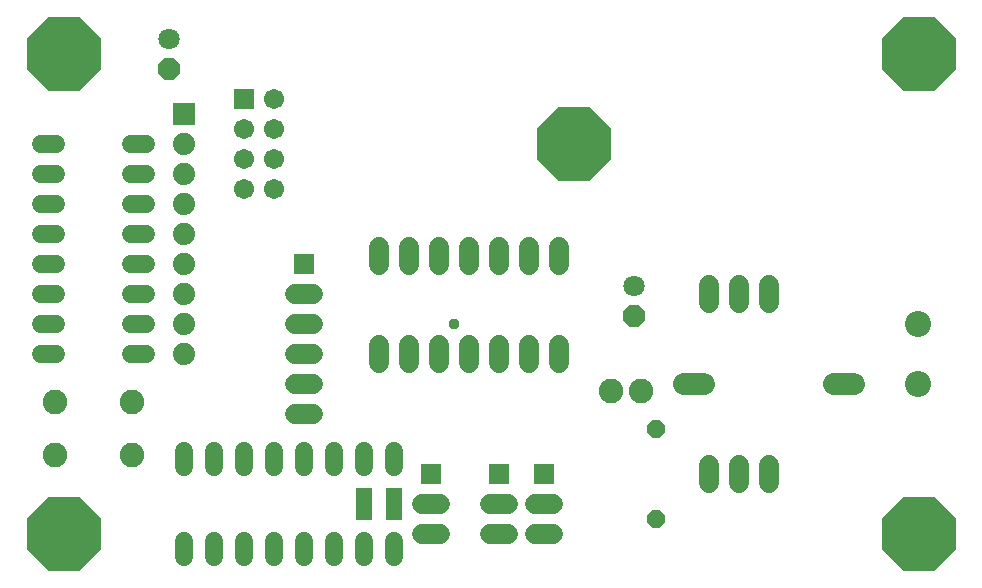
<source format=gbr>
G04 EAGLE Gerber RS-274X export*
G75*
%MOMM*%
%FSLAX34Y34*%
%LPD*%
%INSoldermask Bottom*%
%IPPOS*%
%AMOC8*
5,1,8,0,0,1.08239X$1,22.5*%
G01*
%ADD10R,1.711200X1.711200*%
%ADD11C,1.711200*%
%ADD12R,1.727200X1.727200*%
%ADD13C,1.727200*%
%ADD14C,2.203200*%
%ADD15C,1.879600*%
%ADD16P,1.951982X8X292.500000*%
%ADD17C,1.803400*%
%ADD18C,1.701800*%
%ADD19R,1.879600X1.879600*%
%ADD20C,1.879600*%
%ADD21C,1.524000*%
%ADD22C,2.082800*%
%ADD23P,1.649562X8X112.500000*%
%ADD24R,1.473200X2.743200*%
%ADD25P,6.818191X8X22.500000*%
%ADD26C,0.959600*%


D10*
X203200Y419100D03*
D11*
X228600Y342900D03*
X228600Y368300D03*
X228600Y393700D03*
X228600Y419100D03*
X203200Y393700D03*
X203200Y368300D03*
X203200Y342900D03*
D12*
X419100Y101600D03*
D13*
X411480Y76200D02*
X426720Y76200D01*
X426720Y50800D02*
X411480Y50800D01*
D12*
X457200Y101600D03*
D13*
X449580Y76200D02*
X464820Y76200D01*
X464820Y50800D02*
X449580Y50800D01*
D14*
X774450Y177589D03*
X774450Y228389D03*
D13*
X647700Y246380D02*
X647700Y261620D01*
X622300Y261620D02*
X622300Y246380D01*
X596900Y246380D02*
X596900Y261620D01*
X596900Y109220D02*
X596900Y93980D01*
X622300Y93980D02*
X622300Y109220D01*
X647700Y109220D02*
X647700Y93980D01*
D15*
X592582Y177800D02*
X575818Y177800D01*
X702818Y177800D02*
X719582Y177800D01*
D16*
X139700Y444500D03*
D17*
X139700Y469900D03*
D16*
X533400Y234950D03*
D17*
X533400Y260350D03*
D18*
X469900Y278257D02*
X469900Y293243D01*
X444500Y293243D02*
X444500Y278257D01*
X419100Y278257D02*
X419100Y293243D01*
X393700Y293243D02*
X393700Y278257D01*
X368300Y278257D02*
X368300Y293243D01*
X342900Y293243D02*
X342900Y278257D01*
X317500Y278257D02*
X317500Y293243D01*
X317500Y210693D02*
X317500Y195707D01*
X342900Y195707D02*
X342900Y210693D01*
X368300Y210693D02*
X368300Y195707D01*
X393700Y195707D02*
X393700Y210693D01*
X419100Y210693D02*
X419100Y195707D01*
X444500Y195707D02*
X444500Y210693D01*
X469900Y210693D02*
X469900Y195707D01*
D12*
X254000Y279400D03*
D13*
X246380Y254000D02*
X261620Y254000D01*
X261620Y228600D02*
X246380Y228600D01*
X246380Y203200D02*
X261620Y203200D01*
X261620Y177800D02*
X246380Y177800D01*
X246380Y152400D02*
X261620Y152400D01*
D19*
X152400Y406400D03*
D20*
X152400Y381000D03*
X152400Y355600D03*
X152400Y330200D03*
X152400Y304800D03*
X152400Y279400D03*
X152400Y254000D03*
X152400Y228600D03*
X152400Y203200D03*
D21*
X330200Y120904D02*
X330200Y107696D01*
X304800Y107696D02*
X304800Y120904D01*
X177800Y120904D02*
X177800Y107696D01*
X152400Y107696D02*
X152400Y120904D01*
X279400Y120904D02*
X279400Y107696D01*
X254000Y107696D02*
X254000Y120904D01*
X203200Y120904D02*
X203200Y107696D01*
X228600Y107696D02*
X228600Y120904D01*
X152400Y44704D02*
X152400Y31496D01*
X177800Y31496D02*
X177800Y44704D01*
X203200Y44704D02*
X203200Y31496D01*
X228600Y31496D02*
X228600Y44704D01*
X254000Y44704D02*
X254000Y31496D01*
X279400Y31496D02*
X279400Y44704D01*
X304800Y44704D02*
X304800Y31496D01*
X330200Y31496D02*
X330200Y44704D01*
X44704Y381000D02*
X31496Y381000D01*
X31496Y355600D02*
X44704Y355600D01*
X44704Y228600D02*
X31496Y228600D01*
X31496Y203200D02*
X44704Y203200D01*
X44704Y330200D02*
X31496Y330200D01*
X31496Y304800D02*
X44704Y304800D01*
X44704Y254000D02*
X31496Y254000D01*
X31496Y279400D02*
X44704Y279400D01*
X107696Y203200D02*
X120904Y203200D01*
X120904Y228600D02*
X107696Y228600D01*
X107696Y254000D02*
X120904Y254000D01*
X120904Y279400D02*
X107696Y279400D01*
X107696Y304800D02*
X120904Y304800D01*
X120904Y330200D02*
X107696Y330200D01*
X107696Y355600D02*
X120904Y355600D01*
X120904Y381000D02*
X107696Y381000D01*
D22*
X108712Y117094D03*
X43688Y117094D03*
X108712Y162306D03*
X43688Y162306D03*
D23*
X552450Y63500D03*
X552450Y139700D03*
D22*
X539750Y171450D03*
X514350Y171450D03*
D12*
X361950Y101600D03*
D13*
X354330Y76200D02*
X369570Y76200D01*
X369570Y50800D02*
X354330Y50800D01*
D24*
X304800Y76200D03*
X330200Y76200D03*
D25*
X50800Y457200D03*
X50800Y50800D03*
X774700Y50800D03*
X774700Y457200D03*
X482600Y381000D03*
D26*
X381000Y228600D03*
M02*

</source>
